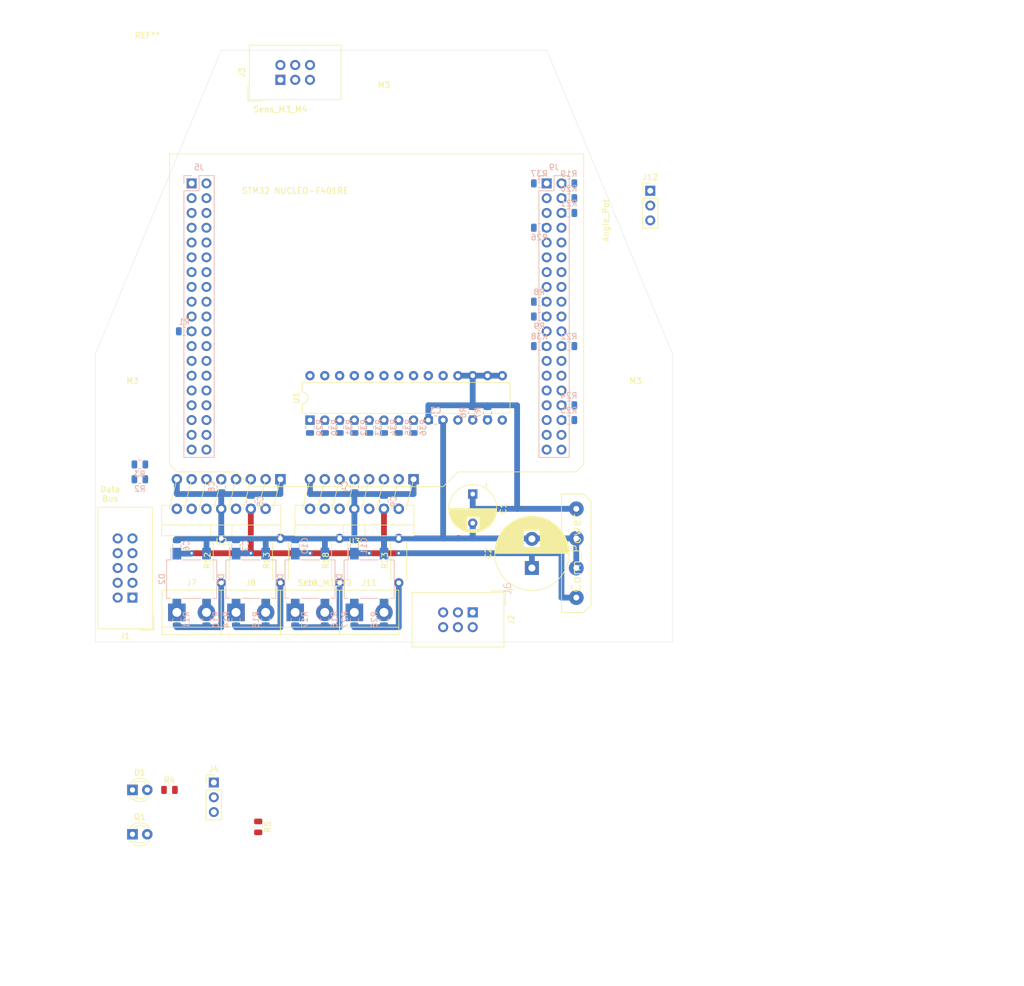
<source format=kicad_pcb>
(kicad_pcb (version 20171130) (host pcbnew 5.1.5)
  (layers (0 Silberdraht_Oben signal) (1 Brücke_Oben jumper) (2 Brücke_Unten jumper) (31 Silberdraht_Unten signal) (34 B.Paste user) (35 F.Paste user) (36 B.SilkS user) (37 F.SilkS user) (38 B.Mask user) (39 F.Mask user) (44 Edge.Cuts user))
  (net 0 "")
  (net 1 -BATT)
  (net 2 +5V)
  (net 3 +BATT)
  (net 4 "Net-(D1-Pad2)")
  (net 5 "Net-(D1-Pad1)")
  (net 6 "Net-(J1-Pad10)")
  (net 7 "Net-(J1-Pad9)")
  (net 8 "Net-(J1-Pad8)")
  (net 9 "Net-(J1-Pad7)")
  (net 10 "Net-(J1-Pad6)")
  (net 11 "Net-(J1-Pad5)")
  (net 12 "Net-(J1-Pad4)")
  (net 13 /Glob_SDA)
  (net 14 "Net-(J1-Pad2)")
  (net 15 /Glob_SCL)
  (net 16 RevS2)
  (net 17 RevS1)
  (net 18 RevS4)
  (net 19 RevS3)
  (net 20 "Net-(J4-Pad3)")
  (net 21 "Net-(J4-Pad1)")
  (net 22 "Net-(J5-Pad38)")
  (net 23 "Net-(J5-Pad37)")
  (net 24 "Net-(J5-Pad36)")
  (net 25 "Net-(J5-Pad35)")
  (net 26 "Net-(J5-Pad34)")
  (net 27 "Net-(J5-Pad33)")
  (net 28 "Net-(J5-Pad32)")
  (net 29 "Net-(J5-Pad31)")
  (net 30 BCK_EMF2)
  (net 31 "Net-(J5-Pad29)")
  (net 32 BCK_EMF1)
  (net 33 "Net-(J5-Pad27)")
  (net 34 "Net-(J5-Pad26)")
  (net 35 "Net-(J5-Pad25)")
  (net 36 "Net-(J5-Pad24)")
  (net 37 "Net-(J5-Pad23)")
  (net 38 "Net-(J5-Pad22)")
  (net 39 "Net-(J5-Pad21)")
  (net 40 "Net-(J5-Pad20)")
  (net 41 "Net-(J5-Pad19)")
  (net 42 "Net-(J5-Pad18)")
  (net 43 "Net-(J5-Pad17)")
  (net 44 "Net-(J5-Pad16)")
  (net 45 "Net-(J5-Pad15)")
  (net 46 "Net-(J5-Pad14)")
  (net 47 "Net-(J5-Pad13)")
  (net 48 "Net-(J5-Pad12)")
  (net 49 "Net-(J5-Pad11)")
  (net 50 "Net-(J5-Pad10)")
  (net 51 "Net-(J5-Pad9)")
  (net 52 "Net-(J5-Pad7)")
  (net 53 "Net-(J5-Pad5)")
  (net 54 "Net-(J5-Pad4)")
  (net 55 "Net-(J5-Pad3)")
  (net 56 "Net-(J5-Pad2)")
  (net 57 "Net-(J5-Pad1)")
  (net 58 "Net-(J9-Pad38)")
  (net 59 BCK_EMF4)
  (net 60 "Net-(J9-Pad36)")
  (net 61 BCK_EMF3)
  (net 62 "Net-(J9-Pad34)")
  (net 63 "Net-(J9-Pad33)")
  (net 64 "Net-(J9-Pad32)")
  (net 65 "Net-(J9-Pad31)")
  (net 66 "Net-(J9-Pad30)")
  (net 67 "Net-(J9-Pad29)")
  (net 68 "Net-(J9-Pad28)")
  (net 69 "Net-(J9-Pad27)")
  (net 70 "Net-(J9-Pad26)")
  (net 71 "Net-(J9-Pad25)")
  (net 72 "Net-(J9-Pad24)")
  (net 73 /Local_SCL)
  (net 74 "Net-(J9-Pad22)")
  (net 75 "Net-(J9-Pad21)")
  (net 76 "Net-(J9-Pad20)")
  (net 77 "Net-(J9-Pad19)")
  (net 78 "Net-(J9-Pad18)")
  (net 79 "Net-(J9-Pad17)")
  (net 80 "Net-(J9-Pad16)")
  (net 81 "Net-(J9-Pad15)")
  (net 82 "Net-(J9-Pad14)")
  (net 83 "Net-(J9-Pad13)")
  (net 84 "Net-(J9-Pad12)")
  (net 85 "Net-(J9-Pad11)")
  (net 86 "Net-(J9-Pad10)")
  (net 87 "Net-(J9-Pad9)")
  (net 88 "Net-(J9-Pad8)")
  (net 89 "Net-(J9-Pad7)")
  (net 90 "Net-(J9-Pad6)")
  (net 91 "Net-(J9-Pad5)")
  (net 92 "Net-(J9-Pad4)")
  (net 93 "Net-(J9-Pad3)")
  (net 94 "Net-(J9-Pad2)")
  (net 95 /Local_SDA)
  (net 96 "Net-(J12-Pad3)")
  (net 97 "Net-(J12-Pad2)")
  (net 98 "Net-(J12-Pad1)")
  (net 99 PWM2)
  (net 100 PWM3)
  (net 101 PWM1)
  (net 102 PWM4)
  (net 103 "Net-(U1-Pad28)")
  (net 104 "Net-(U1-Pad14)")
  (net 105 "Net-(U1-Pad27)")
  (net 106 "Net-(U1-Pad26)")
  (net 107 "Net-(U1-Pad25)")
  (net 108 "Net-(U1-Pad11)")
  (net 109 "Net-(U1-Pad24)")
  (net 110 "Net-(U1-Pad23)")
  (net 111 "Net-(U1-Pad22)")
  (net 112 "Net-(U1-Pad21)")
  (net 113 "Net-(U1-Pad20)")
  (net 114 "Net-(U1-Pad19)")
  (net 115 "Net-(R29-Pad2)")
  (net 116 "Net-(R29-Pad1)")
  (net 117 "Net-(R30-Pad2)")
  (net 118 "Net-(R30-Pad1)")
  (net 119 "Net-(R31-Pad2)")
  (net 120 "Net-(R31-Pad1)")
  (net 121 "Net-(R32-Pad2)")
  (net 122 "Net-(R32-Pad1)")
  (net 123 "Net-(R33-Pad2)")
  (net 124 "Net-(R33-Pad1)")
  (net 125 "Net-(R34-Pad2)")
  (net 126 "Net-(R34-Pad1)")
  (net 127 "Net-(R35-Pad2)")
  (net 128 "Net-(R35-Pad1)")
  (net 129 "Net-(R36-Pad2)")
  (net 130 "Net-(R36-Pad1)")
  (net 131 "Net-(J9-Pad23)")
  (net 132 "Net-(J9-Pad1)")
  (net 133 /M1B)
  (net 134 /M1A)
  (net 135 /M2B)
  (net 136 /M2A)
  (net 137 /M3B)
  (net 138 /M3A)
  (net 139 /M4B)
  (net 140 /M4A)
  (module Resistor_SMD:R_0805_2012Metric (layer Silberdraht_Unten) (at 151.13 101.6 180)
    (fp_text reference R38 (at 0 1.65) (layer B.SilkS) (effects (justify mirror)))
    (fp_text value 100R)
    (pad 2 smd roundrect (at 0.9375 0 180) (size 0.975 1.4) (layers Silberdraht_Unten B.Paste B.Mask) (net 73 /Local_SCL))
    (pad 1 smd roundrect (at -0.9375 0 180) (size 0.975 1.4) (layers Silberdraht_Unten B.Paste B.Mask) (net 131 "Net-(J9-Pad23)"))
  )
  (module Resistor_SMD:R_0805_2012Metric (layer Silberdraht_Unten) (at 151.13 73.66 180)
    (fp_text reference R37 (at 0 1.65) (layer B.SilkS) (effects (justify mirror)))
    (fp_text value 100R)
    (pad 2 smd roundrect (at 0.9375 0 180) (size 0.975 1.4) (layers Silberdraht_Unten B.Paste B.Mask) (net 95 /Local_SDA))
    (pad 1 smd roundrect (at -0.9375 0 180) (size 0.975 1.4) (layers Silberdraht_Unten B.Paste B.Mask) (net 132 "Net-(J9-Pad1)"))
  )
  (module Resistor_SMD:R_0805_2012Metric (layer Silberdraht_Unten) (at 129.54 115.57 90)
    (fp_text reference R36 (at 0 1.65 90) (layer B.SilkS) (effects (justify mirror)))
    (fp_text value 1k)
    (pad 2 smd roundrect (at 0.9375 0 90) (size 0.975 1.4) (layers Silberdraht_Unten B.Paste B.Mask) (net 129 "Net-(R36-Pad2)"))
    (pad 1 smd roundrect (at -0.9375 0 90) (size 0.975 1.4) (layers Silberdraht_Unten B.Paste B.Mask) (net 130 "Net-(R36-Pad1)"))
  )
  (module Resistor_SMD:R_0805_2012Metric (layer Silberdraht_Unten) (at 127 115.57 90)
    (fp_text reference R35 (at 0 1.65 90) (layer B.SilkS) (effects (justify mirror)))
    (fp_text value 1k)
    (pad 2 smd roundrect (at 0.9375 0 90) (size 0.975 1.4) (layers Silberdraht_Unten B.Paste B.Mask) (net 127 "Net-(R35-Pad2)"))
    (pad 1 smd roundrect (at -0.9375 0 90) (size 0.975 1.4) (layers Silberdraht_Unten B.Paste B.Mask) (net 128 "Net-(R35-Pad1)"))
  )
  (module Resistor_SMD:R_0805_2012Metric (layer Silberdraht_Unten) (at 124.46 115.57 90)
    (fp_text reference R34 (at 0 1.65 90) (layer B.SilkS) (effects (justify mirror)))
    (fp_text value 1k)
    (pad 2 smd roundrect (at 0.9375 0 90) (size 0.975 1.4) (layers Silberdraht_Unten B.Paste B.Mask) (net 125 "Net-(R34-Pad2)"))
    (pad 1 smd roundrect (at -0.9375 0 90) (size 0.975 1.4) (layers Silberdraht_Unten B.Paste B.Mask) (net 126 "Net-(R34-Pad1)"))
  )
  (module Resistor_SMD:R_0805_2012Metric (layer Silberdraht_Unten) (at 121.92 115.57 90)
    (fp_text reference R33 (at 0 1.65 90) (layer B.SilkS) (effects (justify mirror)))
    (fp_text value 1k)
    (pad 2 smd roundrect (at 0.9375 0 90) (size 0.975 1.4) (layers Silberdraht_Unten B.Paste B.Mask) (net 123 "Net-(R33-Pad2)"))
    (pad 1 smd roundrect (at -0.9375 0 90) (size 0.975 1.4) (layers Silberdraht_Unten B.Paste B.Mask) (net 124 "Net-(R33-Pad1)"))
  )
  (module Resistor_SMD:R_0805_2012Metric (layer Silberdraht_Unten) (at 119.38 115.57 90)
    (fp_text reference R32 (at 0 1.65 90) (layer B.SilkS) (effects (justify mirror)))
    (fp_text value 1k)
    (pad 2 smd roundrect (at 0.9375 0 90) (size 0.975 1.4) (layers Silberdraht_Unten B.Paste B.Mask) (net 121 "Net-(R32-Pad2)"))
    (pad 1 smd roundrect (at -0.9375 0 90) (size 0.975 1.4) (layers Silberdraht_Unten B.Paste B.Mask) (net 122 "Net-(R32-Pad1)"))
  )
  (module Resistor_SMD:R_0805_2012Metric (layer Silberdraht_Unten) (at 116.84 115.57 90)
    (fp_text reference R31 (at 0 1.65 90) (layer B.SilkS) (effects (justify mirror)))
    (fp_text value 1k)
    (pad 2 smd roundrect (at 0.9375 0 90) (size 0.975 1.4) (layers Silberdraht_Unten B.Paste B.Mask) (net 119 "Net-(R31-Pad2)"))
    (pad 1 smd roundrect (at -0.9375 0 90) (size 0.975 1.4) (layers Silberdraht_Unten B.Paste B.Mask) (net 120 "Net-(R31-Pad1)"))
  )
  (module Resistor_SMD:R_0805_2012Metric (layer Silberdraht_Unten) (at 114.3 115.57 90)
    (fp_text reference R30 (at 0 1.65 90) (layer B.SilkS) (effects (justify mirror)))
    (fp_text value 1k)
    (pad 2 smd roundrect (at 0.9375 0 90) (size 0.975 1.4) (layers Silberdraht_Unten B.Paste B.Mask) (net 117 "Net-(R30-Pad2)"))
    (pad 1 smd roundrect (at -0.9375 0 90) (size 0.975 1.4) (layers Silberdraht_Unten B.Paste B.Mask) (net 118 "Net-(R30-Pad1)"))
  )
  (module Resistor_SMD:R_0805_2012Metric (layer Silberdraht_Unten) (at 111.76 115.57 90)
    (fp_text reference R29 (at 0 1.65 90) (layer B.SilkS) (effects (justify mirror)))
    (fp_text value 1k)
    (pad 2 smd roundrect (at 0.9375 0 90) (size 0.975 1.4) (layers Silberdraht_Unten B.Paste B.Mask) (net 115 "Net-(R29-Pad2)"))
    (pad 1 smd roundrect (at -0.9375 0 90) (size 0.975 1.4) (layers Silberdraht_Unten B.Paste B.Mask) (net 116 "Net-(R29-Pad1)"))
  )
  (module Connector_PinHeader_2.54mm:PinHeader_1x03_P2.54mm_Vertical (layer Silberdraht_Oben) (at 170.18 74.93)
    (fp_text reference J12 (at 0 -2.33) (layer F.SilkS))
    (fp_text value Conn_Angle_Pot)
    (pad 3 thru_hole oval (at 0 5.08) (size 1.7 1.7) (drill 1) (layers *.Cu *.Mask) (net 96 "Net-(J12-Pad3)"))
    (pad 2 thru_hole oval (at 0 2.54) (size 1.7 1.7) (drill 1) (layers *.Cu *.Mask) (net 97 "Net-(J12-Pad2)"))
    (pad 1 thru_hole rect (at 0 0) (size 1.7 1.7) (drill 1) (layers *.Cu *.Mask) (net 98 "Net-(J12-Pad1)"))
  )
  (module proto:TO-220-15_P2.54x2.54mm_StaggerOdd_Lead4.58mm_Vertical_bent_proto (layer Silberdraht_Oben) (at 129.54 124.46 180)
    (fp_text reference U3 (at 10.16 -10.7) (layer F.SilkS))
    (fp_text value L298HN)
    (pad 1 thru_hole rect (at 0 0 180) (size 1.8 1.8) (drill 1) (layers *.Cu *.Mask) (net 1 -BATT))
    (pad 2 thru_hole oval (at 2.54 -5.08 180) (size 1.8 1.8) (drill 1) (layers *.Cu *.Mask) (net 140 /M4A))
    (pad 3 thru_hole oval (at 2.54 0 180) (size 1.8 1.8) (drill 1) (layers *.Cu *.Mask) (net 139 /M4B))
    (pad 4 thru_hole oval (at 5.08 -5.08 180) (size 1.8 1.8) (drill 1) (layers *.Cu *.Mask) (net 3 +BATT))
    (pad 5 thru_hole oval (at 5.08 0 180) (size 1.8 1.8) (drill 1) (layers *.Cu *.Mask) (net 124 "Net-(R33-Pad1)"))
    (pad 6 thru_hole oval (at 7.62 -5.08 180) (size 1.8 1.8) (drill 1) (layers *.Cu *.Mask) (net 100 PWM3))
    (pad 7 thru_hole oval (at 7.62 0 180) (size 1.8 1.8) (drill 1) (layers *.Cu *.Mask) (net 126 "Net-(R34-Pad1)"))
    (pad 8 thru_hole oval (at 10.16 -5.08 180) (size 1.8 1.8) (drill 1) (layers *.Cu *.Mask) (net 1 -BATT))
    (pad 9 thru_hole oval (at 10.16 0 180) (size 1.8 1.8) (drill 1) (layers *.Cu *.Mask) (net 2 +5V))
    (pad 10 thru_hole oval (at 12.7 -5.08 180) (size 1.8 1.8) (drill 1) (layers *.Cu *.Mask) (net 128 "Net-(R35-Pad1)"))
    (pad 11 thru_hole oval (at 12.7 0 180) (size 1.8 1.8) (drill 1) (layers *.Cu *.Mask) (net 102 PWM4))
    (pad 12 thru_hole oval (at 15.24 -5.08 180) (size 1.8 1.8) (drill 1) (layers *.Cu *.Mask) (net 130 "Net-(R36-Pad1)"))
    (pad 13 thru_hole oval (at 15.24 0 180) (size 1.8 1.8) (drill 1) (layers *.Cu *.Mask) (net 138 /M3A))
    (pad 14 thru_hole oval (at 17.78 -5.08 180) (size 1.8 1.8) (drill 1) (layers *.Cu *.Mask) (net 137 /M3B))
    (pad 15 thru_hole oval (at 17.78 0 180) (size 1.8 1.8) (drill 1) (layers *.Cu *.Mask) (net 1 -BATT))
  )
  (module proto:TO-220-15_P2.54x2.54mm_StaggerOdd_Lead4.58mm_Vertical_bent_proto (layer Silberdraht_Oben) (at 106.68 124.46 180)
    (fp_text reference U2 (at 10.16 -10.7) (layer F.SilkS))
    (fp_text value L298HN)
    (pad 1 thru_hole rect (at 0 0 180) (size 1.8 1.8) (drill 1) (layers *.Cu *.Mask) (net 1 -BATT))
    (pad 2 thru_hole oval (at 2.54 -5.08 180) (size 1.8 1.8) (drill 1) (layers *.Cu *.Mask) (net 136 /M2A))
    (pad 3 thru_hole oval (at 2.54 0 180) (size 1.8 1.8) (drill 1) (layers *.Cu *.Mask) (net 135 /M2B))
    (pad 4 thru_hole oval (at 5.08 -5.08 180) (size 1.8 1.8) (drill 1) (layers *.Cu *.Mask) (net 3 +BATT))
    (pad 5 thru_hole oval (at 5.08 0 180) (size 1.8 1.8) (drill 1) (layers *.Cu *.Mask) (net 116 "Net-(R29-Pad1)"))
    (pad 6 thru_hole oval (at 7.62 -5.08 180) (size 1.8 1.8) (drill 1) (layers *.Cu *.Mask) (net 101 PWM1))
    (pad 7 thru_hole oval (at 7.62 0 180) (size 1.8 1.8) (drill 1) (layers *.Cu *.Mask) (net 118 "Net-(R30-Pad1)"))
    (pad 8 thru_hole oval (at 10.16 -5.08 180) (size 1.8 1.8) (drill 1) (layers *.Cu *.Mask) (net 1 -BATT))
    (pad 9 thru_hole oval (at 10.16 0 180) (size 1.8 1.8) (drill 1) (layers *.Cu *.Mask) (net 2 +5V))
    (pad 10 thru_hole oval (at 12.7 -5.08 180) (size 1.8 1.8) (drill 1) (layers *.Cu *.Mask) (net 120 "Net-(R31-Pad1)"))
    (pad 11 thru_hole oval (at 12.7 0 180) (size 1.8 1.8) (drill 1) (layers *.Cu *.Mask) (net 99 PWM2))
    (pad 12 thru_hole oval (at 15.24 -5.08 180) (size 1.8 1.8) (drill 1) (layers *.Cu *.Mask) (net 122 "Net-(R32-Pad1)"))
    (pad 13 thru_hole oval (at 15.24 0 180) (size 1.8 1.8) (drill 1) (layers *.Cu *.Mask) (net 134 /M1A))
    (pad 14 thru_hole oval (at 17.78 -5.08 180) (size 1.8 1.8) (drill 1) (layers *.Cu *.Mask) (net 133 /M1B))
    (pad 15 thru_hole oval (at 17.78 0 180) (size 1.8 1.8) (drill 1) (layers *.Cu *.Mask) (net 1 -BATT))
  )
  (module proto:protoboard (layer Silberdraht_Oben) (at 73.66 50.8)
    (fp_text reference REF** (at 10.16 -2.54) (layer F.SilkS))
    (fp_text value protoboard)
  )
  (module Connector_PinSocket_2.54mm:PinSocket_2x19_P2.54mm_Vertical (layer Silberdraht_Unten) (at 152.4 73.66 180)
    (fp_text reference J9 (at -1.27 2.77) (layer B.SilkS) (effects (justify mirror)))
    (fp_text value CN10@NUCLEO-F401RE)
    (pad 38 thru_hole oval (at -2.54 -45.72 180) (size 1.7 1.7) (drill 1) (layers *.Cu *.Mask) (net 58 "Net-(J9-Pad38)"))
    (pad 37 thru_hole oval (at 0 -45.72 180) (size 1.7 1.7) (drill 1) (layers *.Cu *.Mask) (net 59 BCK_EMF4))
    (pad 36 thru_hole oval (at -2.54 -43.18 180) (size 1.7 1.7) (drill 1) (layers *.Cu *.Mask) (net 60 "Net-(J9-Pad36)"))
    (pad 35 thru_hole oval (at 0 -43.18 180) (size 1.7 1.7) (drill 1) (layers *.Cu *.Mask) (net 61 BCK_EMF3))
    (pad 34 thru_hole oval (at -2.54 -40.64 180) (size 1.7 1.7) (drill 1) (layers *.Cu *.Mask) (net 62 "Net-(J9-Pad34)"))
    (pad 33 thru_hole oval (at 0 -40.64 180) (size 1.7 1.7) (drill 1) (layers *.Cu *.Mask) (net 63 "Net-(J9-Pad33)"))
    (pad 32 thru_hole oval (at -2.54 -38.1 180) (size 1.7 1.7) (drill 1) (layers *.Cu *.Mask) (net 64 "Net-(J9-Pad32)"))
    (pad 31 thru_hole oval (at 0 -38.1 180) (size 1.7 1.7) (drill 1) (layers *.Cu *.Mask) (net 65 "Net-(J9-Pad31)"))
    (pad 30 thru_hole oval (at -2.54 -35.56 180) (size 1.7 1.7) (drill 1) (layers *.Cu *.Mask) (net 66 "Net-(J9-Pad30)"))
    (pad 29 thru_hole oval (at 0 -35.56 180) (size 1.7 1.7) (drill 1) (layers *.Cu *.Mask) (net 67 "Net-(J9-Pad29)"))
    (pad 28 thru_hole oval (at -2.54 -33.02 180) (size 1.7 1.7) (drill 1) (layers *.Cu *.Mask) (net 68 "Net-(J9-Pad28)"))
    (pad 27 thru_hole oval (at 0 -33.02 180) (size 1.7 1.7) (drill 1) (layers *.Cu *.Mask) (net 69 "Net-(J9-Pad27)"))
    (pad 26 thru_hole oval (at -2.54 -30.48 180) (size 1.7 1.7) (drill 1) (layers *.Cu *.Mask) (net 70 "Net-(J9-Pad26)"))
    (pad 25 thru_hole oval (at 0 -30.48 180) (size 1.7 1.7) (drill 1) (layers *.Cu *.Mask) (net 71 "Net-(J9-Pad25)"))
    (pad 24 thru_hole oval (at -2.54 -27.94 180) (size 1.7 1.7) (drill 1) (layers *.Cu *.Mask) (net 72 "Net-(J9-Pad24)"))
    (pad 23 thru_hole oval (at 0 -27.94 180) (size 1.7 1.7) (drill 1) (layers *.Cu *.Mask) (net 131 "Net-(J9-Pad23)"))
    (pad 22 thru_hole oval (at -2.54 -25.4 180) (size 1.7 1.7) (drill 1) (layers *.Cu *.Mask) (net 74 "Net-(J9-Pad22)"))
    (pad 21 thru_hole oval (at 0 -25.4 180) (size 1.7 1.7) (drill 1) (layers *.Cu *.Mask) (net 75 "Net-(J9-Pad21)"))
    (pad 20 thru_hole oval (at -2.54 -22.86 180) (size 1.7 1.7) (drill 1) (layers *.Cu *.Mask) (net 76 "Net-(J9-Pad20)"))
    (pad 19 thru_hole oval (at 0 -22.86 180) (size 1.7 1.7) (drill 1) (layers *.Cu *.Mask) (net 77 "Net-(J9-Pad19)"))
    (pad 18 thru_hole oval (at -2.54 -20.32 180) (size 1.7 1.7) (drill 1) (layers *.Cu *.Mask) (net 78 "Net-(J9-Pad18)"))
    (pad 17 thru_hole oval (at 0 -20.32 180) (size 1.7 1.7) (drill 1) (layers *.Cu *.Mask) (net 79 "Net-(J9-Pad17)"))
    (pad 16 thru_hole oval (at -2.54 -17.78 180) (size 1.7 1.7) (drill 1) (layers *.Cu *.Mask) (net 80 "Net-(J9-Pad16)"))
    (pad 15 thru_hole oval (at 0 -17.78 180) (size 1.7 1.7) (drill 1) (layers *.Cu *.Mask) (net 81 "Net-(J9-Pad15)"))
    (pad 14 thru_hole oval (at -2.54 -15.24 180) (size 1.7 1.7) (drill 1) (layers *.Cu *.Mask) (net 82 "Net-(J9-Pad14)"))
    (pad 13 thru_hole oval (at 0 -15.24 180) (size 1.7 1.7) (drill 1) (layers *.Cu *.Mask) (net 83 "Net-(J9-Pad13)"))
    (pad 12 thru_hole oval (at -2.54 -12.7 180) (size 1.7 1.7) (drill 1) (layers *.Cu *.Mask) (net 84 "Net-(J9-Pad12)"))
    (pad 11 thru_hole oval (at 0 -12.7 180) (size 1.7 1.7) (drill 1) (layers *.Cu *.Mask) (net 85 "Net-(J9-Pad11)"))
    (pad 10 thru_hole oval (at -2.54 -10.16 180) (size 1.7 1.7) (drill 1) (layers *.Cu *.Mask) (net 86 "Net-(J9-Pad10)"))
    (pad 9 thru_hole oval (at 0 -10.16 180) (size 1.7 1.7) (drill 1) (layers *.Cu *.Mask) (net 87 "Net-(J9-Pad9)"))
    (pad 8 thru_hole oval (at -2.54 -7.62 180) (size 1.7 1.7) (drill 1) (layers *.Cu *.Mask) (net 88 "Net-(J9-Pad8)"))
    (pad 7 thru_hole oval (at 0 -7.62 180) (size 1.7 1.7) (drill 1) (layers *.Cu *.Mask) (net 89 "Net-(J9-Pad7)"))
    (pad 6 thru_hole oval (at -2.54 -5.08 180) (size 1.7 1.7) (drill 1) (layers *.Cu *.Mask) (net 90 "Net-(J9-Pad6)"))
    (pad 5 thru_hole oval (at 0 -5.08 180) (size 1.7 1.7) (drill 1) (layers *.Cu *.Mask) (net 91 "Net-(J9-Pad5)"))
    (pad 4 thru_hole oval (at -2.54 -2.54 180) (size 1.7 1.7) (drill 1) (layers *.Cu *.Mask) (net 92 "Net-(J9-Pad4)"))
    (pad 3 thru_hole oval (at 0 -2.54 180) (size 1.7 1.7) (drill 1) (layers *.Cu *.Mask) (net 93 "Net-(J9-Pad3)"))
    (pad 2 thru_hole oval (at -2.54 0 180) (size 1.7 1.7) (drill 1) (layers *.Cu *.Mask) (net 94 "Net-(J9-Pad2)"))
    (pad 1 thru_hole rect (at 0 0 180) (size 1.7 1.7) (drill 1) (layers *.Cu *.Mask) (net 132 "Net-(J9-Pad1)"))
  )
  (module Connector_PinSocket_2.54mm:PinSocket_2x19_P2.54mm_Vertical (layer Silberdraht_Unten) (at 91.44 73.66 180)
    (fp_text reference J5 (at -1.27 2.77) (layer B.SilkS) (effects (justify mirror)))
    (fp_text value CN7@STM32NUCLEO-F401RE)
    (pad 38 thru_hole oval (at -2.54 -45.72 180) (size 1.7 1.7) (drill 1) (layers *.Cu *.Mask) (net 22 "Net-(J5-Pad38)"))
    (pad 37 thru_hole oval (at 0 -45.72 180) (size 1.7 1.7) (drill 1) (layers *.Cu *.Mask) (net 23 "Net-(J5-Pad37)"))
    (pad 36 thru_hole oval (at -2.54 -43.18 180) (size 1.7 1.7) (drill 1) (layers *.Cu *.Mask) (net 24 "Net-(J5-Pad36)"))
    (pad 35 thru_hole oval (at 0 -43.18 180) (size 1.7 1.7) (drill 1) (layers *.Cu *.Mask) (net 25 "Net-(J5-Pad35)"))
    (pad 34 thru_hole oval (at -2.54 -40.64 180) (size 1.7 1.7) (drill 1) (layers *.Cu *.Mask) (net 26 "Net-(J5-Pad34)"))
    (pad 33 thru_hole oval (at 0 -40.64 180) (size 1.7 1.7) (drill 1) (layers *.Cu *.Mask) (net 27 "Net-(J5-Pad33)"))
    (pad 32 thru_hole oval (at -2.54 -38.1 180) (size 1.7 1.7) (drill 1) (layers *.Cu *.Mask) (net 28 "Net-(J5-Pad32)"))
    (pad 31 thru_hole oval (at 0 -38.1 180) (size 1.7 1.7) (drill 1) (layers *.Cu *.Mask) (net 29 "Net-(J5-Pad31)"))
    (pad 30 thru_hole oval (at -2.54 -35.56 180) (size 1.7 1.7) (drill 1) (layers *.Cu *.Mask) (net 30 BCK_EMF2))
    (pad 29 thru_hole oval (at 0 -35.56 180) (size 1.7 1.7) (drill 1) (layers *.Cu *.Mask) (net 31 "Net-(J5-Pad29)"))
    (pad 28 thru_hole oval (at -2.54 -33.02 180) (size 1.7 1.7) (drill 1) (layers *.Cu *.Mask) (net 32 BCK_EMF1))
    (pad 27 thru_hole oval (at 0 -33.02 180) (size 1.7 1.7) (drill 1) (layers *.Cu *.Mask) (net 33 "Net-(J5-Pad27)"))
    (pad 26 thru_hole oval (at -2.54 -30.48 180) (size 1.7 1.7) (drill 1) (layers *.Cu *.Mask) (net 34 "Net-(J5-Pad26)"))
    (pad 25 thru_hole oval (at 0 -30.48 180) (size 1.7 1.7) (drill 1) (layers *.Cu *.Mask) (net 35 "Net-(J5-Pad25)"))
    (pad 24 thru_hole oval (at -2.54 -27.94 180) (size 1.7 1.7) (drill 1) (layers *.Cu *.Mask) (net 36 "Net-(J5-Pad24)"))
    (pad 23 thru_hole oval (at 0 -27.94 180) (size 1.7 1.7) (drill 1) (layers *.Cu *.Mask) (net 37 "Net-(J5-Pad23)"))
    (pad 22 thru_hole oval (at -2.54 -25.4 180) (size 1.7 1.7) (drill 1) (layers *.Cu *.Mask) (net 38 "Net-(J5-Pad22)"))
    (pad 21 thru_hole oval (at 0 -25.4 180) (size 1.7 1.7) (drill 1) (layers *.Cu *.Mask) (net 39 "Net-(J5-Pad21)"))
    (pad 20 thru_hole oval (at -2.54 -22.86 180) (size 1.7 1.7) (drill 1) (layers *.Cu *.Mask) (net 40 "Net-(J5-Pad20)"))
    (pad 19 thru_hole oval (at 0 -22.86 180) (size 1.7 1.7) (drill 1) (layers *.Cu *.Mask) (net 41 "Net-(J5-Pad19)"))
    (pad 18 thru_hole oval (at -2.54 -20.32 180) (size 1.7 1.7) (drill 1) (layers *.Cu *.Mask) (net 42 "Net-(J5-Pad18)"))
    (pad 17 thru_hole oval (at 0 -20.32 180) (size 1.7 1.7) (drill 1) (layers *.Cu *.Mask) (net 43 "Net-(J5-Pad17)"))
    (pad 16 thru_hole oval (at -2.54 -17.78 180) (size 1.7 1.7) (drill 1) (layers *.Cu *.Mask) (net 44 "Net-(J5-Pad16)"))
    (pad 15 thru_hole oval (at 0 -17.78 180) (size 1.7 1.7) (drill 1) (layers *.Cu *.Mask) (net 45 "Net-(J5-Pad15)"))
    (pad 14 thru_hole oval (at -2.54 -15.24 180) (size 1.7 1.7) (drill 1) (layers *.Cu *.Mask) (net 46 "Net-(J5-Pad14)"))
    (pad 13 thru_hole oval (at 0 -15.24 180) (size 1.7 1.7) (drill 1) (layers *.Cu *.Mask) (net 47 "Net-(J5-Pad13)"))
    (pad 12 thru_hole oval (at -2.54 -12.7 180) (size 1.7 1.7) (drill 1) (layers *.Cu *.Mask) (net 48 "Net-(J5-Pad12)"))
    (pad 11 thru_hole oval (at 0 -12.7 180) (size 1.7 1.7) (drill 1) (layers *.Cu *.Mask) (net 49 "Net-(J5-Pad11)"))
    (pad 10 thru_hole oval (at -2.54 -10.16 180) (size 1.7 1.7) (drill 1) (layers *.Cu *.Mask) (net 50 "Net-(J5-Pad10)"))
    (pad 9 thru_hole oval (at 0 -10.16 180) (size 1.7 1.7) (drill 1) (layers *.Cu *.Mask) (net 51 "Net-(J5-Pad9)"))
    (pad 8 thru_hole oval (at -2.54 -7.62 180) (size 1.7 1.7) (drill 1) (layers *.Cu *.Mask) (net 1 -BATT))
    (pad 7 thru_hole oval (at 0 -7.62 180) (size 1.7 1.7) (drill 1) (layers *.Cu *.Mask) (net 52 "Net-(J5-Pad7)"))
    (pad 6 thru_hole oval (at -2.54 -5.08 180) (size 1.7 1.7) (drill 1) (layers *.Cu *.Mask) (net 2 +5V))
    (pad 5 thru_hole oval (at 0 -5.08 180) (size 1.7 1.7) (drill 1) (layers *.Cu *.Mask) (net 53 "Net-(J5-Pad5)"))
    (pad 4 thru_hole oval (at -2.54 -2.54 180) (size 1.7 1.7) (drill 1) (layers *.Cu *.Mask) (net 54 "Net-(J5-Pad4)"))
    (pad 3 thru_hole oval (at 0 -2.54 180) (size 1.7 1.7) (drill 1) (layers *.Cu *.Mask) (net 55 "Net-(J5-Pad3)"))
    (pad 2 thru_hole oval (at -2.54 0 180) (size 1.7 1.7) (drill 1) (layers *.Cu *.Mask) (net 56 "Net-(J5-Pad2)"))
    (pad 1 thru_hole rect (at 0 0 180) (size 1.7 1.7) (drill 1) (layers *.Cu *.Mask) (net 57 "Net-(J5-Pad1)"))
  )
  (module Package_DIP:DIP-28_W7.62mm (layer Silberdraht_Oben) (at 111.76 114.3 90)
    (fp_text reference U1 (at 3.81 -2.33 90) (layer F.SilkS))
    (fp_text value MCP23017_SP)
    (pad 28 thru_hole oval (at 7.62 0 90) (size 1.6 1.6) (drill 0.8) (layers *.Cu *.Mask) (net 103 "Net-(U1-Pad28)"))
    (pad 14 thru_hole oval (at 0 33.02 90) (size 1.6 1.6) (drill 0.8) (layers *.Cu *.Mask) (net 104 "Net-(U1-Pad14)"))
    (pad 27 thru_hole oval (at 7.62 2.54 90) (size 1.6 1.6) (drill 0.8) (layers *.Cu *.Mask) (net 105 "Net-(U1-Pad27)"))
    (pad 13 thru_hole oval (at 0 30.48 90) (size 1.6 1.6) (drill 0.8) (layers *.Cu *.Mask) (net 95 /Local_SDA))
    (pad 26 thru_hole oval (at 7.62 5.08 90) (size 1.6 1.6) (drill 0.8) (layers *.Cu *.Mask) (net 106 "Net-(U1-Pad26)"))
    (pad 12 thru_hole oval (at 0 27.94 90) (size 1.6 1.6) (drill 0.8) (layers *.Cu *.Mask) (net 73 /Local_SCL))
    (pad 25 thru_hole oval (at 7.62 7.62 90) (size 1.6 1.6) (drill 0.8) (layers *.Cu *.Mask) (net 107 "Net-(U1-Pad25)"))
    (pad 11 thru_hole oval (at 0 25.4 90) (size 1.6 1.6) (drill 0.8) (layers *.Cu *.Mask) (net 108 "Net-(U1-Pad11)"))
    (pad 24 thru_hole oval (at 7.62 10.16 90) (size 1.6 1.6) (drill 0.8) (layers *.Cu *.Mask) (net 109 "Net-(U1-Pad24)"))
    (pad 10 thru_hole oval (at 0 22.86 90) (size 1.6 1.6) (drill 0.8) (layers *.Cu *.Mask) (net 1 -BATT))
    (pad 23 thru_hole oval (at 7.62 12.7 90) (size 1.6 1.6) (drill 0.8) (layers *.Cu *.Mask) (net 110 "Net-(U1-Pad23)"))
    (pad 9 thru_hole oval (at 0 20.32 90) (size 1.6 1.6) (drill 0.8) (layers *.Cu *.Mask) (net 2 +5V))
    (pad 22 thru_hole oval (at 7.62 15.24 90) (size 1.6 1.6) (drill 0.8) (layers *.Cu *.Mask) (net 111 "Net-(U1-Pad22)"))
    (pad 8 thru_hole oval (at 0 17.78 90) (size 1.6 1.6) (drill 0.8) (layers *.Cu *.Mask) (net 129 "Net-(R36-Pad2)"))
    (pad 21 thru_hole oval (at 7.62 17.78 90) (size 1.6 1.6) (drill 0.8) (layers *.Cu *.Mask) (net 112 "Net-(U1-Pad21)"))
    (pad 7 thru_hole oval (at 0 15.24 90) (size 1.6 1.6) (drill 0.8) (layers *.Cu *.Mask) (net 127 "Net-(R35-Pad2)"))
    (pad 20 thru_hole oval (at 7.62 20.32 90) (size 1.6 1.6) (drill 0.8) (layers *.Cu *.Mask) (net 113 "Net-(U1-Pad20)"))
    (pad 6 thru_hole oval (at 0 12.7 90) (size 1.6 1.6) (drill 0.8) (layers *.Cu *.Mask) (net 125 "Net-(R34-Pad2)"))
    (pad 19 thru_hole oval (at 7.62 22.86 90) (size 1.6 1.6) (drill 0.8) (layers *.Cu *.Mask) (net 114 "Net-(U1-Pad19)"))
    (pad 5 thru_hole oval (at 0 10.16 90) (size 1.6 1.6) (drill 0.8) (layers *.Cu *.Mask) (net 123 "Net-(R33-Pad2)"))
    (pad 18 thru_hole oval (at 7.62 25.4 90) (size 1.6 1.6) (drill 0.8) (layers *.Cu *.Mask) (net 2 +5V))
    (pad 4 thru_hole oval (at 0 7.62 90) (size 1.6 1.6) (drill 0.8) (layers *.Cu *.Mask) (net 121 "Net-(R32-Pad2)"))
    (pad 17 thru_hole oval (at 7.62 27.94 90) (size 1.6 1.6) (drill 0.8) (layers *.Cu *.Mask) (net 2 +5V))
    (pad 3 thru_hole oval (at 0 5.08 90) (size 1.6 1.6) (drill 0.8) (layers *.Cu *.Mask) (net 119 "Net-(R31-Pad2)"))
    (pad 16 thru_hole oval (at 7.62 30.48 90) (size 1.6 1.6) (drill 0.8) (layers *.Cu *.Mask) (net 2 +5V))
    (pad 2 thru_hole oval (at 0 2.54 90) (size 1.6 1.6) (drill 0.8) (layers *.Cu *.Mask) (net 117 "Net-(R30-Pad2)"))
    (pad 15 thru_hole oval (at 7.62 33.02 90) (size 1.6 1.6) (drill 0.8) (layers *.Cu *.Mask) (net 2 +5V))
    (pad 1 thru_hole rect (at 0 0 90) (size 1.6 1.6) (drill 0.8) (layers *.Cu *.Mask) (net 115 "Net-(R29-Pad2)"))
  )
  (module Resistor_SMD:R_0805_2012Metric (layer Silberdraht_Unten) (at 124.46 148.59 270)
    (fp_text reference R28 (at 0 1.65 270) (layer B.SilkS) (effects (justify mirror)))
    (fp_text value 10k)
    (pad 2 smd roundrect (at 0.9375 0 270) (size 0.975 1.4) (layers Silberdraht_Unten B.Paste B.Mask) (net 61 BCK_EMF3))
    (pad 1 smd roundrect (at -0.9375 0 270) (size 0.975 1.4) (layers Silberdraht_Unten B.Paste B.Mask) (net 140 /M4A))
  )
  (module Resistor_SMD:R_0805_2012Metric (layer Silberdraht_Unten) (at 119.38 148.59 270)
    (fp_text reference R27 (at 0 1.65 270) (layer B.SilkS) (effects (justify mirror)))
    (fp_text value 10k)
    (pad 2 smd roundrect (at 0.9375 0 270) (size 0.975 1.4) (layers Silberdraht_Unten B.Paste B.Mask) (net 61 BCK_EMF3))
    (pad 1 smd roundrect (at -0.9375 0 270) (size 0.975 1.4) (layers Silberdraht_Unten B.Paste B.Mask) (net 139 /M4B))
  )
  (module Resistor_SMD:R_0805_2012Metric (layer Silberdraht_Unten) (at 151.13 81.28)
    (fp_text reference R26 (at 0 1.65) (layer B.SilkS) (effects (justify mirror)))
    (fp_text value 10k)
    (pad 2 smd roundrect (at 0.9375 0) (size 0.975 1.4) (layers Silberdraht_Unten B.Paste B.Mask) (net 89 "Net-(J9-Pad7)"))
    (pad 1 smd roundrect (at -0.9375 0) (size 0.975 1.4) (layers Silberdraht_Unten B.Paste B.Mask) (net 96 "Net-(J12-Pad3)"))
  )
  (module Resistor_SMD:R_0805_2012Metric (layer Silberdraht_Unten) (at 156.21 114.3 180)
    (fp_text reference R25 (at 0 1.65) (layer B.SilkS) (effects (justify mirror)))
    (fp_text value 10k)
    (pad 2 smd roundrect (at 0.9375 0 180) (size 0.975 1.4) (layers Silberdraht_Unten B.Paste B.Mask) (net 62 "Net-(J9-Pad34)"))
    (pad 1 smd roundrect (at -0.9375 0 180) (size 0.975 1.4) (layers Silberdraht_Unten B.Paste B.Mask) (net 97 "Net-(J12-Pad2)"))
  )
  (module Resistor_SMD:R_0805_2012Metric (layer Silberdraht_Unten) (at 156.21 111.76 180)
    (fp_text reference R24 (at 0 1.65) (layer B.SilkS) (effects (justify mirror)))
    (fp_text value 10k)
    (pad 2 smd roundrect (at 0.9375 0 180) (size 0.975 1.4) (layers Silberdraht_Unten B.Paste B.Mask) (net 64 "Net-(J9-Pad32)"))
    (pad 1 smd roundrect (at -0.9375 0 180) (size 0.975 1.4) (layers Silberdraht_Unten B.Paste B.Mask) (net 98 "Net-(J12-Pad1)"))
  )
  (module Resistor_THT:R_Axial_DIN0207_L6.3mm_D2.5mm_P7.62mm_Horizontal (layer Silberdraht_Oben) (at 127 142.24 90)
    (fp_text reference R23 (at 3.81 -2.37 90) (layer F.SilkS))
    (fp_text value 3k3)
    (pad 2 thru_hole oval (at 7.62 0 90) (size 1.6 1.6) (drill 0.8) (layers *.Cu *.Mask) (net 1 -BATT))
    (pad 1 thru_hole circle (at 0 0 90) (size 1.6 1.6) (drill 0.8) (layers *.Cu *.Mask) (net 61 BCK_EMF3))
  )
  (module Resistor_SMD:R_0805_2012Metric (layer Silberdraht_Unten) (at 156.21 101.6 180)
    (fp_text reference R22 (at 0 1.65) (layer B.SilkS) (effects (justify mirror)))
    (fp_text value 1k)
    (pad 2 smd roundrect (at 0.9375 0 180) (size 0.975 1.4) (layers Silberdraht_Unten B.Paste B.Mask) (net 72 "Net-(J9-Pad24)"))
    (pad 1 smd roundrect (at -0.9375 0 180) (size 0.975 1.4) (layers Silberdraht_Unten B.Paste B.Mask) (net 102 PWM4))
  )
  (module Resistor_SMD:R_0805_2012Metric (layer Silberdraht_Unten) (at 156.21 78.74 180)
    (fp_text reference R21 (at 0 1.65) (layer B.SilkS) (effects (justify mirror)))
    (fp_text value 10k)
    (pad 2 smd roundrect (at 0.9375 0 180) (size 0.975 1.4) (layers Silberdraht_Unten B.Paste B.Mask) (net 90 "Net-(J9-Pad6)"))
    (pad 1 smd roundrect (at -0.9375 0 180) (size 0.975 1.4) (layers Silberdraht_Unten B.Paste B.Mask) (net 98 "Net-(J12-Pad1)"))
  )
  (module Resistor_SMD:R_0805_2012Metric (layer Silberdraht_Unten) (at 156.21 76.2 180)
    (fp_text reference R20 (at 0 1.65) (layer B.SilkS) (effects (justify mirror)))
    (fp_text value 1k)
    (pad 2 smd roundrect (at 0.9375 0 180) (size 0.975 1.4) (layers Silberdraht_Unten B.Paste B.Mask) (net 92 "Net-(J9-Pad4)"))
    (pad 1 smd roundrect (at -0.9375 0 180) (size 0.975 1.4) (layers Silberdraht_Unten B.Paste B.Mask) (net 101 PWM1))
  )
  (module Resistor_SMD:R_0805_2012Metric (layer Silberdraht_Unten) (at 156.21 73.66 180)
    (fp_text reference R19 (at 0 1.65 180) (layer B.SilkS) (effects (justify mirror)))
    (fp_text value 1k)
    (pad 2 smd roundrect (at 0.9375 0 180) (size 0.975 1.4) (layers Silberdraht_Unten B.Paste B.Mask) (net 94 "Net-(J9-Pad2)"))
    (pad 1 smd roundrect (at -0.9375 0 180) (size 0.975 1.4) (layers Silberdraht_Unten B.Paste B.Mask) (net 100 PWM3))
  )
  (module Resistor_THT:R_Axial_DIN0207_L6.3mm_D2.5mm_P7.62mm_Horizontal (layer Silberdraht_Oben) (at 116.84 142.24 90)
    (fp_text reference R18 (at 3.81 -2.37 90) (layer F.SilkS))
    (fp_text value 3k3)
    (pad 2 thru_hole oval (at 7.62 0 90) (size 1.6 1.6) (drill 0.8) (layers *.Cu *.Mask) (net 1 -BATT))
    (pad 1 thru_hole circle (at 0 0 90) (size 1.6 1.6) (drill 0.8) (layers *.Cu *.Mask) (net 59 BCK_EMF4))
  )
  (module Resistor_SMD:R_0805_2012Metric (layer Silberdraht_Unten) (at 109.22 148.59 90)
    (fp_text reference R17 (at 0 1.65 270) (layer B.SilkS) (effects (justify mirror)))
    (fp_text value 10k)
    (pad 2 smd roundrect (at 0.9375 0 90) (size 0.975 1.4) (layers Silberdraht_Unten B.Paste B.Mask) (net 137 /M3B))
    (pad 1 smd roundrect (at -0.9375 0 90) (size 0.975 1.4) (layers Silberdraht_Unten B.Paste B.Mask) (net 59 BCK_EMF4))
  )
  (module Resistor_SMD:R_0805_2012Metric (layer Silberdraht_Unten) (at 114.3 148.59 90)
    (fp_text reference R16 (at 0 1.65 270) (layer B.SilkS) (effects (justify mirror)))
    (fp_text value 10k)
    (pad 2 smd roundrect (at 0.9375 0 90) (size 0.975 1.4) (layers Silberdraht_Unten B.Paste B.Mask) (net 138 /M3A))
    (pad 1 smd roundrect (at -0.9375 0 90) (size 0.975 1.4) (layers Silberdraht_Unten B.Paste B.Mask) (net 59 BCK_EMF4))
  )
  (module Resistor_SMD:R_0805_2012Metric (layer Silberdraht_Unten) (at 104.14 148.59 270)
    (fp_text reference R15 (at 0 1.65 270) (layer B.SilkS) (effects (justify mirror)))
    (fp_text value 10k)
    (pad 2 smd roundrect (at 0.9375 0 270) (size 0.975 1.4) (layers Silberdraht_Unten B.Paste B.Mask) (net 32 BCK_EMF1))
    (pad 1 smd roundrect (at -0.9375 0 270) (size 0.975 1.4) (layers Silberdraht_Unten B.Paste B.Mask) (net 136 /M2A))
  )
  (module Resistor_SMD:R_0805_2012Metric (layer Silberdraht_Unten) (at 99.06 148.59 270)
    (fp_text reference R14 (at 0 1.65 270) (layer B.SilkS) (effects (justify mirror)))
    (fp_text value 10k)
    (pad 2 smd roundrect (at 0.9375 0 270) (size 0.975 1.4) (layers Silberdraht_Unten B.Paste B.Mask) (net 32 BCK_EMF1))
    (pad 1 smd roundrect (at -0.9375 0 270) (size 0.975 1.4) (layers Silberdraht_Unten B.Paste B.Mask) (net 135 /M2B))
  )
  (module Resistor_THT:R_Axial_DIN0207_L6.3mm_D2.5mm_P7.62mm_Horizontal (layer Silberdraht_Oben) (at 106.68 142.24 90)
    (fp_text reference R13 (at 3.81 -2.37 90) (layer F.SilkS))
    (fp_text value 3k3)
    (pad 2 thru_hole oval (at 7.62 0 90) (size 1.6 1.6) (drill 0.8) (layers *.Cu *.Mask) (net 1 -BATT))
    (pad 1 thru_hole circle (at 0 0 90) (size 1.6 1.6) (drill 0.8) (layers *.Cu *.Mask) (net 32 BCK_EMF1))
  )
  (module Resistor_THT:R_Axial_DIN0207_L6.3mm_D2.5mm_P7.62mm_Horizontal (layer Silberdraht_Oben) (at 96.52 142.24 90)
    (fp_text reference R12 (at 3.81 -2.37 90) (layer F.SilkS))
    (fp_text value 3k3)
    (pad 2 thru_hole oval (at 7.62 0 90) (size 1.6 1.6) (drill 0.8) (layers *.Cu *.Mask) (net 1 -BATT))
    (pad 1 thru_hole circle (at 0 0 90) (size 1.6 1.6) (drill 0.8) (layers *.Cu *.Mask) (net 30 BCK_EMF2))
  )
  (module Resistor_SMD:R_0805_2012Metric (layer Silberdraht_Unten) (at 88.9 148.59 90)
    (fp_text reference R11 (at 0 1.65 270) (layer B.SilkS) (effects (justify mirror)))
    (fp_text value 10k)
    (pad 2 smd roundrect (at 0.9375 0 90) (size 0.975 1.4) (layers Silberdraht_Unten B.Paste B.Mask) (net 133 /M1B))
    (pad 1 smd roundrect (at -0.9375 0 90) (size 0.975 1.4) (layers Silberdraht_Unten B.Paste B.Mask) (net 30 BCK_EMF2))
  )
  (module Resistor_SMD:R_0805_2012Metric (layer Silberdraht_Unten) (at 93.98 148.59 90)
    (fp_text reference R10 (at 0 1.65 270) (layer B.SilkS) (effects (justify mirror)))
    (fp_text value 10k)
    (pad 2 smd roundrect (at 0.9375 0 90) (size 0.975 1.4) (layers Silberdraht_Unten B.Paste B.Mask) (net 134 /M1A))
    (pad 1 smd roundrect (at -0.9375 0 90) (size 0.975 1.4) (layers Silberdraht_Unten B.Paste B.Mask) (net 30 BCK_EMF2))
  )
  (module Resistor_SMD:R_0805_2012Metric (layer Silberdraht_Unten) (at 151.13 96.52)
    (fp_text reference R9 (at 0 1.65) (layer B.SilkS) (effects (justify mirror)))
    (fp_text value 1k)
    (pad 2 smd roundrect (at 0.9375 0) (size 0.975 1.4) (layers Silberdraht_Unten B.Paste B.Mask) (net 77 "Net-(J9-Pad19)"))
    (pad 1 smd roundrect (at -0.9375 0) (size 0.975 1.4) (layers Silberdraht_Unten B.Paste B.Mask) (net 99 PWM2))
  )
  (module Resistor_SMD:R_0805_2012Metric (layer Silberdraht_Unten) (at 151.13 93.98 180)
    (fp_text reference R8 (at 0 1.65 180) (layer B.SilkS) (effects (justify mirror)))
    (fp_text value 100R)
    (pad 2 smd roundrect (at 0.9375 0 180) (size 0.975 1.4) (layers Silberdraht_Unten B.Paste B.Mask) (net 15 /Glob_SCL))
    (pad 1 smd roundrect (at -0.9375 0 180) (size 0.975 1.4) (layers Silberdraht_Unten B.Paste B.Mask) (net 79 "Net-(J9-Pad17)"))
  )
  (module Resistor_SMD:R_0805_2012Metric (layer Silberdraht_Unten) (at 142.24 113.03 270)
    (fp_text reference R7 (at 0 1.65 90) (layer B.SilkS) (effects (justify mirror)))
    (fp_text value 10k)
    (pad 2 smd roundrect (at 0.9375 0 270) (size 0.975 1.4) (layers Silberdraht_Unten B.Paste B.Mask) (net 95 /Local_SDA))
    (pad 1 smd roundrect (at -0.9375 0 270) (size 0.975 1.4) (layers Silberdraht_Unten B.Paste B.Mask) (net 2 +5V))
  )
  (module Resistor_SMD:R_0805_2012Metric (layer Silberdraht_Unten) (at 139.7 113.03 270)
    (fp_text reference R6 (at 0 1.65 90) (layer B.SilkS) (effects (justify mirror)))
    (fp_text value 10k)
    (pad 2 smd roundrect (at 0.9375 0 270) (size 0.975 1.4) (layers Silberdraht_Unten B.Paste B.Mask) (net 73 /Local_SCL))
    (pad 1 smd roundrect (at -0.9375 0 270) (size 0.975 1.4) (layers Silberdraht_Unten B.Paste B.Mask) (net 2 +5V))
  )
  (module Resistor_SMD:R_0805_2012Metric (layer Silberdraht_Oben) (at 102.87 184.15 270)
    (fp_text reference R5 (at 0 -1.65 90) (layer F.SilkS))
    (fp_text value 10k)
    (pad 2 smd roundrect (at 0.9375 0 270) (size 0.975 1.4) (layers Silberdraht_Oben F.Paste F.Mask) (net 20 "Net-(J4-Pad3)"))
    (pad 1 smd roundrect (at -0.9375 0 270) (size 0.975 1.4) (layers Silberdraht_Oben F.Paste F.Mask) (net 21 "Net-(J4-Pad1)"))
  )
  (module Resistor_SMD:R_0805_2012Metric (layer Silberdraht_Oben) (at 87.63 177.8)
    (fp_text reference R4 (at 0 -1.65) (layer F.SilkS))
    (fp_text value 330R)
    (pad 2 smd roundrect (at 0.9375 0) (size 0.975 1.4) (layers Silberdraht_Oben F.Paste F.Mask) (net 4 "Net-(D1-Pad2)"))
    (pad 1 smd roundrect (at -0.9375 0) (size 0.975 1.4) (layers Silberdraht_Oben F.Paste F.Mask) (net 21 "Net-(J4-Pad1)"))
  )
  (module Resistor_SMD:R_0805_2012Metric (layer Silberdraht_Unten) (at 82.55 121.92)
    (fp_text reference R3 (at 0 1.65) (layer B.SilkS) (effects (justify mirror)))
    (fp_text value 10k)
    (pad 2 smd roundrect (at 0.9375 0) (size 0.975 1.4) (layers Silberdraht_Unten B.Paste B.Mask) (net 13 /Glob_SDA))
    (pad 1 smd roundrect (at -0.9375 0) (size 0.975 1.4) (layers Silberdraht_Unten B.Paste B.Mask) (net 2 +5V))
  )
  (module Resistor_SMD:R_0805_2012Metric (layer Silberdraht_Unten) (at 82.55 124.46)
    (fp_text reference R2 (at 0 1.65) (layer B.SilkS) (effects (justify mirror)))
    (fp_text value 10k)
    (pad 2 smd roundrect (at 0.9375 0) (size 0.975 1.4) (layers Silberdraht_Unten B.Paste B.Mask) (net 15 /Glob_SCL))
    (pad 1 smd roundrect (at -0.9375 0) (size 0.975 1.4) (layers Silberdraht_Unten B.Paste B.Mask) (net 2 +5V))
  )
  (module Resistor_SMD:R_0805_2012Metric (layer Silberdraht_Unten) (at 90.17 99.06 180)
    (fp_text reference R1 (at 0 1.65) (layer B.SilkS) (effects (justify mirror)))
    (fp_text value 100R)
    (pad 2 smd roundrect (at 0.9375 0 180) (size 0.975 1.4) (layers Silberdraht_Unten B.Paste B.Mask) (net 13 /Glob_SDA))
    (pad 1 smd roundrect (at -0.9375 0 180) (size 0.975 1.4) (layers Silberdraht_Unten B.Paste B.Mask) (net 39 "Net-(J5-Pad21)"))
  )
  (module LED_THT:LED_D3.0mm_Clear (layer Silberdraht_Oben) (at 81.28 185.42)
    (fp_text reference Q1 (at 1.27 -2.96) (layer F.SilkS))
    (fp_text value Q_Photo_NPN)
    (pad 2 thru_hole circle (at 2.54 0) (size 1.8 1.8) (drill 0.9) (layers *.Cu *.Mask) (net 5 "Net-(D1-Pad1)"))
    (pad 1 thru_hole rect (at 0 0) (size 1.8 1.8) (drill 0.9) (layers *.Cu *.Mask) (net 20 "Net-(J4-Pad3)"))
  )
  (module TerminalBlock:TerminalBlock_bornier-2_P5.08mm (layer Silberdraht_Oben) (at 119.38 147.32)
    (fp_text reference J11 (at 2.54 -5.08) (layer F.SilkS))
    (fp_text value Motor4)
    (pad 2 thru_hole circle (at 5.08 0) (size 3 3) (drill 1.52) (layers *.Cu *.Mask) (net 140 /M4A))
    (pad 1 thru_hole rect (at 0 0) (size 3 3) (drill 1.52) (layers *.Cu *.Mask) (net 139 /M4B))
  )
  (module TerminalBlock:TerminalBlock_bornier-2_P5.08mm (layer Silberdraht_Oben) (at 109.22 147.32)
    (fp_text reference J10 (at 2.54 -5.08) (layer F.SilkS))
    (fp_text value Motor3)
    (pad 2 thru_hole circle (at 5.08 0) (size 3 3) (drill 1.52) (layers *.Cu *.Mask) (net 138 /M3A))
    (pad 1 thru_hole rect (at 0 0) (size 3 3) (drill 1.52) (layers *.Cu *.Mask) (net 137 /M3B))
  )
  (module TerminalBlock:TerminalBlock_bornier-2_P5.08mm (layer Silberdraht_Oben) (at 99.06 147.32)
    (fp_text reference J8 (at 2.54 -5.08) (layer F.SilkS))
    (fp_text value Motor2)
    (pad 2 thru_hole circle (at 5.08 0) (size 3 3) (drill 1.52) (layers *.Cu *.Mask) (net 136 /M2A))
    (pad 1 thru_hole rect (at 0 0) (size 3 3) (drill 1.52) (layers *.Cu *.Mask) (net 135 /M2B))
  )
  (module TerminalBlock:TerminalBlock_bornier-2_P5.08mm (layer Silberdraht_Oben) (at 88.9 147.32)
    (fp_text reference J7 (at 2.54 -5.08) (layer F.SilkS))
    (fp_text value Motor1)
    (pad 2 thru_hole circle (at 5.08 0) (size 3 3) (drill 1.52) (layers *.Cu *.Mask) (net 134 /M1A))
    (pad 1 thru_hole rect (at 0 0) (size 3 3) (drill 1.52) (layers *.Cu *.Mask) (net 133 /M1B))
  )
  (module XESS:xess-MOLEX-8981-04P (layer Silberdraht_Oben) (at 157.48 137.16 90)
    (fp_text reference J6 (at -6.07314 -11.85418 90) (layer B.SilkS) (effects (font (size 1.27 1.27) (thickness 0.0889))))
    (fp_text value Conn_Power (at 0 0 90) (layer F.SilkS) (effects (font (size 1.524 1.524))))
    (pad 1 thru_hole circle (at -7.62 0 90) (size 2.54 5.08) (drill 0.9906) (layers F&B.Cu *.Mask) (net 3 +BATT))
    (pad 2 thru_hole circle (at -2.54 0 90) (size 2.54 5.08) (drill 0.9906) (layers F&B.Cu *.Mask) (net 1 -BATT))
    (pad 3 thru_hole circle (at 2.54 0 90) (size 2.54 5.08) (drill 0.9906) (layers F&B.Cu *.Mask) (net 1 -BATT))
    (pad 4 thru_hole circle (at 7.62 0 90) (size 2.54 5.08) (drill 0.9906) (layers F&B.Cu *.Mask) (net 2 +5V))
  )
  (module Connector_PinHeader_2.54mm:PinHeader_1x03_P2.54mm_Vertical (layer Silberdraht_Oben) (at 95.25 176.53)
    (fp_text reference J4 (at 0 -2.33) (layer F.SilkS))
    (fp_text value Conn_01x03)
    (pad 3 thru_hole oval (at 0 5.08) (size 1.7 1.7) (drill 1) (layers *.Cu *.Mask) (net 20 "Net-(J4-Pad3)"))
    (pad 2 thru_hole oval (at 0 2.54) (size 1.7 1.7) (drill 1) (layers *.Cu *.Mask) (net 5 "Net-(D1-Pad1)"))
    (pad 1 thru_hole rect (at 0 0) (size 1.7 1.7) (drill 1) (layers *.Cu *.Mask) (net 21 "Net-(J4-Pad1)"))
  )
  (module Connector_IDC:IDC-Header_2x03_P2.54mm_Vertical (layer Silberdraht_Oben) (at 106.68 55.88 90)
    (fp_text reference J3 (at 1.27 -6.604 90) (layer F.SilkS))
    (fp_text value Conn_Revolution_Sensors_M3_M4)
    (pad 6 thru_hole oval (at 2.54 5.08 90) (size 1.7272 1.7272) (drill 1.016) (layers *.Cu *.Mask) (net 18 RevS4))
    (pad 5 thru_hole oval (at 0 5.08 90) (size 1.7272 1.7272) (drill 1.016) (layers *.Cu *.Mask) (net 1 -BATT))
    (pad 4 thru_hole oval (at 2.54 2.54 90) (size 1.7272 1.7272) (drill 1.016) (layers *.Cu *.Mask) (net 2 +5V))
    (pad 3 thru_hole oval (at 0 2.54 90) (size 1.7272 1.7272) (drill 1.016) (layers *.Cu *.Mask) (net 19 RevS3))
    (pad 2 thru_hole oval (at 2.54 0 90) (size 1.7272 1.7272) (drill 1.016) (layers *.Cu *.Mask) (net 1 -BATT))
    (pad 1 thru_hole rect (at 0 0 90) (size 1.7272 1.7272) (drill 1.016) (layers *.Cu *.Mask) (net 2 +5V))
  )
  (module Connector_IDC:IDC-Header_2x03_P2.54mm_Vertical (layer Silberdraht_Oben) (at 139.7 147.32 270)
    (fp_text reference J2 (at 1.27 -6.604 90) (layer F.SilkS))
    (fp_text value Conn_Revolution_Sensors_M1_M2)
    (pad 6 thru_hole oval (at 2.54 5.08 270) (size 1.7272 1.7272) (drill 1.016) (layers *.Cu *.Mask) (net 16 RevS2))
    (pad 5 thru_hole oval (at 0 5.08 270) (size 1.7272 1.7272) (drill 1.016) (layers *.Cu *.Mask) (net 1 -BATT))
    (pad 4 thru_hole oval (at 2.54 2.54 270) (size 1.7272 1.7272) (drill 1.016) (layers *.Cu *.Mask) (net 2 +5V))
    (pad 3 thru_hole oval (at 0 2.54 270) (size 1.7272 1.7272) (drill 1.016) (layers *.Cu *.Mask) (net 17 RevS1))
    (pad 2 thru_hole oval (at 2.54 0 270) (size 1.7272 1.7272) (drill 1.016) (layers *.Cu *.Mask) (net 1 -BATT))
    (pad 1 thru_hole rect (at 0 0 270) (size 1.7272 1.7272) (drill 1.016) (layers *.Cu *.Mask) (net 2 +5V))
  )
  (module Connector_IDC:IDC-Header_2x05_P2.54mm_Vertical (layer Silberdraht_Oben) (at 81.28 144.78 180)
    (fp_text reference J1 (at 1.27 -6.604) (layer F.SilkS))
    (fp_text value Conn_Data_Bus)
    (pad 10 thru_hole oval (at 2.54 10.16 180) (size 1.7272 1.7272) (drill 1.016) (layers *.Cu *.Mask) (net 6 "Net-(J1-Pad10)"))
    (pad 9 thru_hole oval (at 0 10.16 180) (size 1.7272 1.7272) (drill 1.016) (layers *.Cu *.Mask) (net 7 "Net-(J1-Pad9)"))
    (pad 8 thru_hole oval (at 2.54 7.62 180) (size 1.7272 1.7272) (drill 1.016) (layers *.Cu *.Mask) (net 8 "Net-(J1-Pad8)"))
    (pad 7 thru_hole oval (at 0 7.62 180) (size 1.7272 1.7272) (drill 1.016) (layers *.Cu *.Mask) (net 9 "Net-(J1-Pad7)"))
    (pad 6 thru_hole oval (at 2.54 5.08 180) (size 1.7272 1.7272) (drill 1.016) (layers *.Cu *.Mask) (net 10 "Net-(J1-Pad6)"))
    (pad 5 thru_hole oval (at 0 5.08 180) (size 1.7272 1.7272) (drill 1.016) (layers *.Cu *.Mask) (net 11 "Net-(J1-Pad5)"))
    (pad 4 thru_hole oval (at 2.54 2.54 180) (size 1.7272 1.7272) (drill 1.016) (layers *.Cu *.Mask) (net 12 "Net-(J1-Pad4)"))
    (pad 3 thru_hole oval (at 0 2.54 180) (size 1.7272 1.7272) (drill 1.016) (layers *.Cu *.Mask) (net 13 /Glob_SDA))
    (pad 2 thru_hole oval (at 2.54 0 180) (size 1.7272 1.7272) (drill 1.016) (layers *.Cu *.Mask) (net 14 "Net-(J1-Pad2)"))
    (pad 1 thru_hole rect (at 0 0 180) (size 1.7272 1.7272) (drill 1.016) (layers *.Cu *.Mask) (net 15 /Glob_SCL))
  )
  (module Diode_SMD:Diode_Bridge_Diotec_SO-DIL-Slim (layer Silberdraht_Unten) (at 121.92 141.605 270)
    (fp_text reference D5 (at 0 5.1 90) (layer B.SilkS) (effects (justify mirror)))
    (fp_text value D_Bridge_+-AA)
    (pad 4 smd rect (at 4.37 2.55 270) (size 2 1.5) (layers Silberdraht_Unten B.Paste B.Mask) (net 139 /M4B))
    (pad 3 smd rect (at 4.37 -2.55 270) (size 2 1.5) (layers Silberdraht_Unten B.Paste B.Mask) (net 140 /M4A))
    (pad 2 smd rect (at -4.37 -2.55 270) (size 2 1.5) (layers Silberdraht_Unten B.Paste B.Mask) (net 1 -BATT))
    (pad 1 smd rect (at -4.37 2.55 270) (size 2 1.5) (layers Silberdraht_Unten B.Paste B.Mask) (net 3 +BATT))
  )
  (module Diode_SMD:Diode_Bridge_Diotec_SO-DIL-Slim (layer Silberdraht_Unten) (at 111.77 141.605 270)
    (fp_text reference D4 (at 0 5.1 90) (layer B.SilkS) (effects (justify mirror)))
    (fp_text value D_Bridge_+-AA)
    (pad 4 smd rect (at 4.37 2.55 270) (size 2 1.5) (layers Silberdraht_Unten B.Paste B.Mask) (net 137 /M3B))
    (pad 3 smd rect (at 4.37 -2.55 270) (size 2 1.5) (layers Silberdraht_Unten B.Paste B.Mask) (net 138 /M3A))
    (pad 2 smd rect (at -4.37 -2.55 270) (size 2 1.5) (layers Silberdraht_Unten B.Paste B.Mask) (net 1 -BATT))
    (pad 1 smd rect (at -4.37 2.55 270) (size 2 1.5) (layers Silberdraht_Unten B.Paste B.Mask) (net 3 +BATT))
  )
  (module Diode_SMD:Diode_Bridge_Diotec_SO-DIL-Slim (layer Silberdraht_Unten) (at 101.61 141.605 270)
    (fp_text reference D3 (at 0 5.1 90) (layer B.SilkS) (effects (justify mirror)))
    (fp_text value D_Bridge_+-AA)
    (pad 4 smd rect (at 4.37 2.55 270) (size 2 1.5) (layers Silberdraht_Unten B.Paste B.Mask) (net 135 /M2B))
    (pad 3 smd rect (at 4.37 -2.55 270) (size 2 1.5) (layers Silberdraht_Unten B.Paste B.Mask) (net 136 /M2A))
    (pad 2 smd rect (at -4.37 -2.55 270) (size 2 1.5) (layers Silberdraht_Unten B.Paste B.Mask) (net 1 -BATT))
    (pad 1 smd rect (at -4.37 2.55 270) (size 2 1.5) (layers Silberdraht_Unten B.Paste B.Mask) (net 3 +BATT))
  )
  (module Diode_SMD:Diode_Bridge_Diotec_SO-DIL-Slim (layer Silberdraht_Unten) (at 91.45 141.605 270)
    (fp_text reference D2 (at 0 5.1 90) (layer B.SilkS) (effects (justify mirror)))
    (fp_text value D_Bridge_+-AA)
    (pad 4 smd rect (at 4.37 2.55 270) (size 2 1.5) (layers Silberdraht_Unten B.Paste B.Mask) (net 133 /M1B))
    (pad 3 smd rect (at 4.37 -2.55 270) (size 2 1.5) (layers Silberdraht_Unten B.Paste B.Mask) (net 134 /M1A))
    (pad 2 smd rect (at -4.37 -2.55 270) (size 2 1.5) (layers Silberdraht_Unten B.Paste B.Mask) (net 1 -BATT))
    (pad 1 smd rect (at -4.37 2.55 270) (size 2 1.5) (layers Silberdraht_Unten B.Paste B.Mask) (net 3 +BATT))
  )
  (module LED_THT:LED_D3.0mm_Clear (layer Silberdraht_Oben) (at 81.28 177.8)
    (fp_text reference D1 (at 1.27 -2.96) (layer F.SilkS))
    (fp_text value LED)
    (pad 2 thru_hole circle (at 2.54 0) (size 1.8 1.8) (drill 0.9) (layers *.Cu *.Mask) (net 4 "Net-(D1-Pad2)"))
    (pad 1 thru_hole rect (at 0 0) (size 1.8 1.8) (drill 0.9) (layers *.Cu *.Mask) (net 5 "Net-(D1-Pad1)"))
  )
  (module Capacitor_SMD:C_0805_2012Metric (layer Silberdraht_Unten) (at 119.38 135.89 90)
    (fp_text reference C11 (at 0 1.65 270) (layer B.SilkS) (effects (justify mirror)))
    (fp_text value 100n)
    (pad 2 smd roundrect (at 0.9375 0 90) (size 0.975 1.4) (layers Silberdraht_Unten B.Paste B.Mask) (net 1 -BATT))
    (pad 1 smd roundrect (at -0.9375 0 90) (size 0.975 1.4) (layers Silberdraht_Unten B.Paste B.Mask) (net 3 +BATT))
  )
  (module Capacitor_SMD:C_0805_2012Metric (layer Silberdraht_Unten) (at 109.22 135.89 90)
    (fp_text reference C10 (at 0 1.65 90) (layer B.SilkS) (effects (justify mirror)))
    (fp_text value 100n)
    (pad 2 smd roundrect (at 0.9375 0 90) (size 0.975 1.4) (layers Silberdraht_Unten B.Paste B.Mask) (net 1 -BATT))
    (pad 1 smd roundrect (at -0.9375 0 90) (size 0.975 1.4) (layers Silberdraht_Unten B.Paste B.Mask) (net 3 +BATT))
  )
  (module Capacitor_SMD:C_0805_2012Metric (layer Silberdraht_Unten) (at 124.46 128.27 90)
    (fp_text reference C9 (at 0 1.65 270) (layer B.SilkS) (effects (justify mirror)))
    (fp_text value 100n)
    (pad 2 smd roundrect (at 0.9375 0 90) (size 0.975 1.4) (layers Silberdraht_Unten B.Paste B.Mask) (net 1 -BATT))
    (pad 1 smd roundrect (at -0.9375 0 90) (size 0.975 1.4) (layers Silberdraht_Unten B.Paste B.Mask) (net 3 +BATT))
  )
  (module Capacitor_SMD:C_0805_2012Metric (layer Silberdraht_Unten) (at 96.52 125.73 270)
    (fp_text reference C8 (at 0 1.65 270) (layer B.SilkS) (effects (justify mirror)))
    (fp_text value 100n)
    (pad 2 smd roundrect (at 0.9375 0 270) (size 0.975 1.4) (layers Silberdraht_Unten B.Paste B.Mask) (net 1 -BATT))
    (pad 1 smd roundrect (at -0.9375 0 270) (size 0.975 1.4) (layers Silberdraht_Unten B.Paste B.Mask) (net 2 +5V))
  )
  (module Capacitor_SMD:C_0805_2012Metric (layer Silberdraht_Unten) (at 99.06 135.89 90)
    (fp_text reference C7 (at 0 1.65 90) (layer B.SilkS) (effects (justify mirror)))
    (fp_text value 100n)
    (pad 2 smd roundrect (at 0.9375 0 90) (size 0.975 1.4) (layers Silberdraht_Unten B.Paste B.Mask) (net 1 -BATT))
    (pad 1 smd roundrect (at -0.9375 0 90) (size 0.975 1.4) (layers Silberdraht_Unten B.Paste B.Mask) (net 3 +BATT))
  )
  (module Capacitor_SMD:C_0805_2012Metric (layer Silberdraht_Unten) (at 88.9 135.89 90)
    (fp_text reference C6 (at 0 1.65 90) (layer B.SilkS) (effects (justify mirror)))
    (fp_text value 100n)
    (pad 2 smd roundrect (at 0.9375 0 90) (size 0.975 1.4) (layers Silberdraht_Unten B.Paste B.Mask) (net 1 -BATT))
    (pad 1 smd roundrect (at -0.9375 0 90) (size 0.975 1.4) (layers Silberdraht_Unten B.Paste B.Mask) (net 3 +BATT))
  )
  (module Capacitor_SMD:C_0805_2012Metric (layer Silberdraht_Unten) (at 101.6 128.27 90)
    (fp_text reference C5 (at 0 1.65 270) (layer B.SilkS) (effects (justify mirror)))
    (fp_text value 100n)
    (pad 2 smd roundrect (at 0.9375 0 90) (size 0.975 1.4) (layers Silberdraht_Unten B.Paste B.Mask) (net 1 -BATT))
    (pad 1 smd roundrect (at -0.9375 0 90) (size 0.975 1.4) (layers Silberdraht_Unten B.Paste B.Mask) (net 3 +BATT))
  )
  (module Capacitor_SMD:C_0805_2012Metric (layer Silberdraht_Unten) (at 119.38 125.73 270)
    (fp_text reference C4 (at 0 1.65 90) (layer B.SilkS) (effects (justify mirror)))
    (fp_text value 100n)
    (pad 2 smd roundrect (at 0.9375 0 270) (size 0.975 1.4) (layers Silberdraht_Unten B.Paste B.Mask) (net 1 -BATT))
    (pad 1 smd roundrect (at -0.9375 0 270) (size 0.975 1.4) (layers Silberdraht_Unten B.Paste B.Mask) (net 2 +5V))
  )
  (module Capacitor_SMD:C_0805_2012Metric (layer Silberdraht_Unten) (at 133.35 114.3 180)
    (fp_text reference C3 (at 0 1.65) (layer B.SilkS) (effects (justify mirror)))
    (fp_text value 100n)
    (pad 2 smd roundrect (at 0.9375 0 180) (size 0.975 1.4) (layers Silberdraht_Unten B.Paste B.Mask) (net 2 +5V))
    (pad 1 smd roundrect (at -0.9375 0 180) (size 0.975 1.4) (layers Silberdraht_Unten B.Paste B.Mask) (net 1 -BATT))
  )
  (module Capacitor_THT:CP_Radial_D12.5mm_P5.00mm (layer Silberdraht_Oben) (at 149.86 139.7 90)
    (fp_text reference C2 (at 2.5 -7.5 90) (layer F.SilkS))
    (fp_text value 1000u)
    (pad 2 thru_hole circle (at 5 0 90) (size 2.4 2.4) (drill 1.2) (layers *.Cu *.Mask) (net 1 -BATT))
    (pad 1 thru_hole rect (at 0 0 90) (size 2.4 2.4) (drill 1.2) (layers *.Cu *.Mask) (net 3 +BATT))
  )
  (module Capacitor_THT:CP_Radial_D8.0mm_P5.00mm (layer Silberdraht_Oben) (at 139.7 127 270)
    (fp_text reference C1 (at 2.5 -5.25 90) (layer F.SilkS))
    (fp_text value 470u)
    (pad 2 thru_hole circle (at 5 0 270) (size 1.6 1.6) (drill 0.8) (layers *.Cu *.Mask) (net 1 -BATT))
    (pad 1 thru_hole rect (at 0 0 270) (size 1.6 1.6) (drill 0.8) (layers *.Cu *.Mask) (net 2 +5V))
  )
  (module MountingHole:MountingHole_3.2mm_M3 (layer Silberdraht_Oben) (at 124.46 60.96)
    (fp_text reference M3 (at 0 -4.2) (layer F.SilkS))
    (fp_text value MountingHole_3.2mm_M3)
    (pad 1 np_thru_hole circle (at 0 0) (size 3.2 3.2) (drill 3.2) (layers *.Cu *.Mask))
  )
  (module MountingHole:MountingHole_3.2mm_M3 (layer Silberdraht_Oben) (at 167.64 111.76)
    (fp_text reference M3 (at 0 -4.2) (layer F.SilkS))
    (fp_text value MountingHole_3.2mm_M3)
    (pad 1 np_thru_hole circle (at 0 0) (size 3.2 3.2) (drill 3.2) (layers *.Cu *.Mask))
  )
  (module MountingHole:MountingHole_3.2mm_M3 (layer Silberdraht_Oben) (at 81.28 111.76)
    (fp_text reference M3 (at 0 -4.2) (layer F.SilkS))
    (fp_text value MountingHole_3.2mm_M3)
    (pad 1 np_thru_hole circle (at 0 0) (size 3.2 3.2) (drill 3.2) (layers *.Cu *.Mask))
  )
  (gr_text Angle_Pot (at 162.56 80.01 90) (layer F.SilkS) (effects (font (size 1 1))))
  (gr_text Sens_M3_M4 (at 106.68 60.96) (layer F.SilkS) (effects (font (size 1 1))))
  (gr_text Sens_M1_M2 (at 114.3 142.24) (layer F.SilkS) (effects (font (size 1 1))))
  (gr_text "Data\nBus" (at 77.47 127) (layer F.SilkS) (effects (font (size 1 1))))
  (gr_text "STM32 NUCLEO-F401RE" (at 109.22 74.93) (layer F.SilkS) (effects (font (size 1 1))))
  (gr_line (start 158.75 68.58) (end 158.75 121.92) (layer F.SilkS) (width 0.12))
  (gr_line (start 87.63 68.58) (end 158.75 68.58) (layer F.SilkS) (width 0.12))
  (gr_line (start 87.63 121.92) (end 87.63 68.58) (layer F.SilkS) (width 0.12))
  (gr_line (start 134.62 125.73) (end 101.6 125.73) (layer F.SilkS) (width 0.12))
  (gr_line (start 137.16 123.19) (end 134.62 125.73) (layer F.SilkS) (width 0.12))
  (gr_line (start 157.48 123.19) (end 137.16 123.19) (layer F.SilkS) (width 0.12))
  (gr_line (start 158.75 121.92) (end 157.48 123.19) (layer F.SilkS) (width 0.12))
  (gr_line (start 99.06 123.19) (end 101.6 125.73) (layer F.SilkS) (width 0.12))
  (gr_line (start 88.9 123.19) (end 99.06 123.19) (layer F.SilkS) (width 0.12))
  (gr_line (start 87.63 121.92) (end 88.9 123.19) (layer F.SilkS) (width 0.12))
  (gr_line (start 152.4 50.8) (end 173.99 102.87) (layer Edge.Cuts) (width 0.05))
  (gr_line (start 96.52 50.8) (end 152.4 50.8) (layer Edge.Cuts) (width 0.05))
  (gr_line (start 74.93 102.87) (end 96.52 50.8) (layer Edge.Cuts) (width 0.05))
  (gr_line (start 74.93 102.87) (end 74.93 152.4) (layer Edge.Cuts) (width 0.05))
  (gr_line (start 173.99 152.4) (end 173.99 102.87) (layer Edge.Cuts) (width 0.05))
  (gr_line (start 74.93 152.4) (end 173.99 152.4) (layer Edge.Cuts) (width 0.05))
  (segment (start 114.245 137.16) (end 114.32 137.235) (width 1) (layer Silberdraht_Unten) (net 1))
  (segment (start 104.085 137.16) (end 104.16 137.235) (width 1) (layer Silberdraht_Unten) (net 1))
  (segment (start 93.915 137.16) (end 93.99 137.235) (width 1) (layer Silberdraht_Unten) (net 1))
  (segment (start 93.99 134.63) (end 93.99 137.235) (width 1) (layer Silberdraht_Unten) (net 1))
  (segment (start 94 134.62) (end 93.99 134.63) (width 1) (layer Silberdraht_Unten) (net 1))
  (segment (start 104.16 137.235) (end 104.16 134.64) (width 1) (layer Silberdraht_Unten) (net 1))
  (segment (start 104.16 134.64) (end 104.14 134.62) (width 1) (layer Silberdraht_Unten) (net 1))
  (segment (start 114.32 137.235) (end 114.32 134.64) (width 1) (layer Silberdraht_Unten) (net 1))
  (segment (start 114.32 134.64) (end 104.16 134.64) (width 1) (layer Silberdraht_Unten) (net 1))
  (segment (start 124.48 137.235) (end 124.48 134.64) (width 1) (layer Silberdraht_Unten) (net 1))
  (segment (start 96.52 129.54) (end 96.52 134.62) (width 1) (layer Silberdraht_Unten) (net 1))
  (segment (start 119.38 129.54) (end 119.38 134.62) (width 1) (layer Silberdraht_Unten) (net 1))
  (segment (start 124.48 134.64) (end 119.38 134.62) (width 1) (layer Silberdraht_Unten) (net 1))
  (segment (start 119.38 134.62) (end 114.32 134.64) (width 1) (layer Silberdraht_Unten) (net 1))
  (segment (start 104.14 134.62) (end 101.6 134.62) (width 1) (layer Silberdraht_Unten) (net 1))
  (segment (start 101.6 134.62) (end 94 134.62) (width 1) (layer Silberdraht_Unten) (net 1))
  (segment (start 124.48 134.64) (end 124.46 134.62) (width 1) (layer Silberdraht_Unten) (net 1))
  (segment (start 124.5 134.62) (end 124.48 134.64) (width 1) (layer Silberdraht_Unten) (net 1))
  (segment (start 127 134.62) (end 124.5 134.62) (width 1) (layer Silberdraht_Unten) (net 1))
  (segment (start 96.52 127) (end 96.52 129.54) (width 1) (layer Silberdraht_Unten) (net 1))
  (segment (start 119.38 127) (end 119.38 129.54) (width 1) (layer Silberdraht_Unten) (net 1))
  (segment (start 88.9 124.46) (end 88.9 127) (width 1) (layer Silberdraht_Unten) (net 1))
  (segment (start 88.9 127) (end 96.52 127) (width 1) (layer Silberdraht_Unten) (net 1))
  (segment (start 96.52 127) (end 106.68 127) (width 1) (layer Silberdraht_Unten) (net 1))
  (segment (start 106.68 127) (end 106.68 124.46) (width 1) (layer Silberdraht_Unten) (net 1))
  (segment (start 111.76 124.46) (end 111.76 127) (width 1) (layer Silberdraht_Unten) (net 1))
  (segment (start 111.76 127) (end 119.38 127) (width 1) (layer Silberdraht_Unten) (net 1))
  (segment (start 119.38 127) (end 129.54 127) (width 1) (layer Silberdraht_Unten) (net 1))
  (segment (start 129.54 127) (end 129.54 124.46) (width 1) (layer Silberdraht_Unten) (net 1))
  (segment (start 157.48 139.7) (end 157.48 134.62) (width 1) (layer Silberdraht_Unten) (net 1))
  (segment (start 137.24 134.54) (end 137.16 134.62) (width 1) (layer Silberdraht_Unten) (net 1))
  (segment (start 137.16 134.62) (end 157.48 134.62) (width 1) (layer Silberdraht_Unten) (net 1))
  (segment (start 94 134.62) (end 88.9 134.62) (width 1) (layer Silberdraht_Unten) (net 1))
  (segment (start 88.9 134.62) (end 88.9 134.9525) (width 1) (layer Silberdraht_Unten) (net 1))
  (segment (start 139.7 132) (end 139.7 134.62) (width 1) (layer Silberdraht_Unten) (net 1))
  (segment (start 139.7 134.62) (end 139.7 132.08) (width 1) (layer Silberdraht_Unten) (net 1))
  (segment (start 127 134.62) (end 134.62 134.62) (width 1) (layer Silberdraht_Unten) (net 1))
  (segment (start 134.62 134.62) (end 137.16 134.62) (width 1) (layer Silberdraht_Unten) (net 1))
  (segment (start 134.2875 114.3) (end 134.62 114.3) (width 1) (layer Silberdraht_Unten) (net 1))
  (segment (start 134.62 134.62) (end 134.62 114.3) (width 1) (layer Silberdraht_Unten) (net 1))
  (segment (start 137.16 106.68) (end 144.78 106.68) (width 1) (layer Silberdraht_Unten) (net 2))
  (segment (start 139.7 112.0925) (end 139.7 111.76) (width 1) (layer Silberdraht_Unten) (net 2))
  (segment (start 132.08 111.76) (end 132.08 114.3) (width 1) (layer Silberdraht_Unten) (net 2))
  (segment (start 139.7 111.76) (end 132.08 111.76) (width 1) (layer Silberdraht_Unten) (net 2))
  (segment (start 142.24 112.0925) (end 142.24 111.76) (width 1) (layer Silberdraht_Unten) (net 2))
  (segment (start 142.24 111.76) (end 139.7 111.76) (width 1) (layer Silberdraht_Unten) (net 2))
  (segment (start 139.7 112.0925) (end 139.7 106.68) (width 1) (layer Silberdraht_Unten) (net 2))
  (segment (start 139.7 129.54) (end 139.7 127) (width 1) (layer Silberdraht_Unten) (net 2))
  (segment (start 157.48 129.54) (end 147.32 129.54) (width 1) (layer Silberdraht_Unten) (net 2))
  (segment (start 147.32 129.54) (end 139.7 129.54) (width 1) (layer Silberdraht_Unten) (net 2))
  (segment (start 147.32 111.76) (end 147.32 129.54) (width 1) (layer Silberdraht_Unten) (net 2))
  (segment (start 147.32 111.76) (end 144.78 111.76) (width 1) (layer Silberdraht_Unten) (net 2))
  (segment (start 144.78 111.76) (end 142.24 111.76) (width 1) (layer Silberdraht_Unten) (net 2))
  (segment (start 88.89 137.235) (end 91.365 137.235) (width 1) (layer Silberdraht_Unten) (net 3))
  (via (at 91.44 137.16) (size 0.8) (drill 0.4) (layers Silberdraht_Oben Silberdraht_Unten) (net 3))
  (segment (start 91.365 137.235) (end 91.44 137.16) (width 1) (layer Silberdraht_Unten) (net 3))
  (via (at 101.6 137.16) (size 0.8) (drill 0.4) (layers Silberdraht_Oben Silberdraht_Unten) (net 3))
  (segment (start 91.44 137.16) (end 101.6 137.16) (width 1) (layer Silberdraht_Oben) (net 3))
  (segment (start 99.135 137.16) (end 99.06 137.235) (width 1) (layer Silberdraht_Unten) (net 3))
  (segment (start 101.6 137.16) (end 99.135 137.16) (width 1) (layer Silberdraht_Unten) (net 3))
  (via (at 111.76 137.16) (size 0.8) (drill 0.4) (layers Silberdraht_Oben Silberdraht_Unten) (net 3))
  (segment (start 101.6 137.16) (end 111.76 137.16) (width 1) (layer Silberdraht_Oben) (net 3))
  (segment (start 109.295 137.16) (end 109.22 137.235) (width 1) (layer Silberdraht_Unten) (net 3))
  (segment (start 111.76 137.16) (end 109.295 137.16) (width 1) (layer Silberdraht_Unten) (net 3))
  (via (at 121.92 137.16) (size 0.8) (drill 0.4) (layers Silberdraht_Oben Silberdraht_Unten) (net 3))
  (segment (start 111.76 137.16) (end 121.92 137.16) (width 1) (layer Silberdraht_Oben) (net 3))
  (segment (start 119.455 137.16) (end 119.38 137.235) (width 1) (layer Silberdraht_Unten) (net 3))
  (segment (start 121.92 137.16) (end 119.455 137.16) (width 1) (layer Silberdraht_Unten) (net 3))
  (segment (start 101.6 129.8725) (end 101.6 129.54) (width 1) (layer Silberdraht_Unten) (net 3))
  (segment (start 124.46 129.54) (end 124.46 137.16) (width 1) (layer Silberdraht_Oben) (net 3))
  (segment (start 124.46 137.16) (end 121.92 137.16) (width 1) (layer Silberdraht_Oben) (net 3))
  (segment (start 101.6 129.54) (end 101.6 137.16) (width 1) (layer Silberdraht_Oben) (net 3))
  (segment (start 124.46 137.16) (end 127 137.16) (width 1) (layer Silberdraht_Oben) (net 3))
  (via (at 127 137.16) (size 0.8) (drill 0.4) (layers Silberdraht_Oben Silberdraht_Unten) (net 3))
  (segment (start 149.86 137.16) (end 149.86 139.7) (width 1) (layer Silberdraht_Unten) (net 3))
  (segment (start 127 137.16) (end 149.86 137.16) (width 1) (layer Silberdraht_Unten) (net 3))
  (segment (start 149.86 137.16) (end 154.94 137.16) (width 1) (layer Silberdraht_Unten) (net 3))
  (segment (start 154.94 137.16) (end 154.94 144.78) (width 1) (layer Silberdraht_Unten) (net 3))
  (segment (start 154.94 144.78) (end 157.48 144.78) (width 1) (layer Silberdraht_Unten) (net 3))
  (segment (start 88.89 147.31) (end 88.9 147.32) (width 1) (layer Silberdraht_Unten) (net 133))
  (segment (start 88.89 145.975) (end 88.89 147.31) (width 1) (layer Silberdraht_Unten) (net 133))
  (segment (start 93.99 147.31) (end 93.98 147.32) (width 1) (layer Silberdraht_Unten) (net 134))
  (segment (start 93.99 145.975) (end 93.99 147.31) (width 1) (layer Silberdraht_Unten) (net 134))
  (segment (start 99.06 145.975) (end 99.06 147.32) (width 1) (layer Silberdraht_Unten) (net 135))
  (segment (start 104.16 147.3) (end 104.14 147.32) (width 1) (layer Silberdraht_Unten) (net 136))
  (segment (start 104.16 145.975) (end 104.16 147.3) (width 1) (layer Silberdraht_Unten) (net 136))
  (segment (start 109.22 145.975) (end 109.22 147.32) (width 1) (layer Silberdraht_Unten) (net 137))
  (segment (start 114.32 147.3) (end 114.3 147.32) (width 1) (layer Silberdraht_Unten) (net 138))
  (segment (start 114.32 145.975) (end 114.32 147.3) (width 1) (layer Silberdraht_Unten) (net 138))
  (segment (start 119.38 145.975) (end 119.38 147.32) (width 1) (layer Silberdraht_Unten) (net 139))
  (segment (start 124.48 147.3) (end 124.46 147.32) (width 1) (layer Silberdraht_Unten) (net 140))
  (segment (start 124.48 145.975) (end 124.48 147.3) (width 1) (layer Silberdraht_Unten) (net 140))
  (segment (start 96.52 149.86) (end 93.98 149.86) (width 1) (layer Silberdraht_Unten) (net 30))
  (segment (start 93.98 149.86) (end 93.98 149.520001) (width 1) (layer Silberdraht_Unten) (net 30))
  (segment (start 93.98 149.86) (end 88.9 149.86) (width 1) (layer Silberdraht_Unten) (net 30))
  (segment (start 88.9 149.86) (end 88.9 149.520001) (width 1) (layer Silberdraht_Unten) (net 30))
  (segment (start 96.52 142.24) (end 96.52 149.86) (width 1) (layer Silberdraht_Unten) (net 30))
  (segment (start 106.68 149.86) (end 104.14 149.86) (width 1) (layer Silberdraht_Unten) (net 32))
  (segment (start 104.14 149.86) (end 104.14 149.520001) (width 1) (layer Silberdraht_Unten) (net 32))
  (segment (start 104.14 149.86) (end 99.06 149.86) (width 1) (layer Silberdraht_Unten) (net 32))
  (segment (start 99.06 149.86) (end 99.06 149.520001) (width 1) (layer Silberdraht_Unten) (net 32))
  (segment (start 106.68 149.86) (end 106.68 142.24) (width 1) (layer Silberdraht_Unten) (net 32))
  (segment (start 109.22 149.86) (end 110.49 149.86) (width 1) (layer Silberdraht_Unten) (net 59))
  (segment (start 114.3 149.86) (end 114.3 149.520001) (width 1) (layer Silberdraht_Unten) (net 59))
  (segment (start 116.84 149.86) (end 114.3 149.86) (width 1) (layer Silberdraht_Unten) (net 59))
  (segment (start 114.3 149.86) (end 109.22 149.86) (width 1) (layer Silberdraht_Unten) (net 59))
  (segment (start 109.22 149.86) (end 109.22 149.520001) (width 1) (layer Silberdraht_Unten) (net 59))
  (segment (start 116.84 142.24) (end 116.84 149.86) (width 1) (layer Silberdraht_Unten) (net 59))
  (segment (start 124.46 149.86) (end 124.46 149.520001) (width 1) (layer Silberdraht_Unten) (net 61))
  (segment (start 127 149.86) (end 124.46 149.86) (width 1) (layer Silberdraht_Unten) (net 61))
  (segment (start 124.46 149.86) (end 119.38 149.86) (width 1) (layer Silberdraht_Unten) (net 61))
  (segment (start 119.38 149.520001) (end 119.38 149.86) (width 1) (layer Silberdraht_Unten) (net 61))
  (segment (start 127 142.24) (end 127 149.86) (width 1) (layer Silberdraht_Unten) (net 61))
)
</source>
